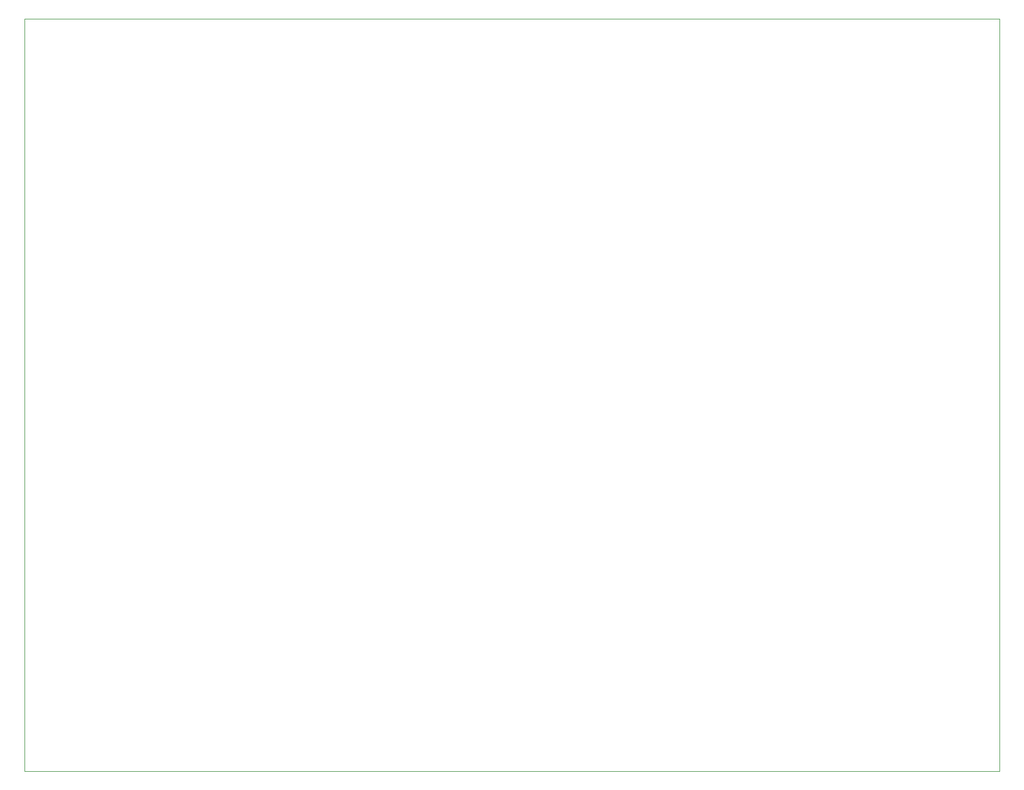
<source format=gbr>
G04 #@! TF.GenerationSoftware,KiCad,Pcbnew,(5.1.5)-3*
G04 #@! TF.CreationDate,2020-10-04T20:12:50-04:00*
G04 #@! TF.ProjectId,rusPDM,72757350-444d-42e6-9b69-6361645f7063,rev?*
G04 #@! TF.SameCoordinates,Original*
G04 #@! TF.FileFunction,Profile,NP*
%FSLAX46Y46*%
G04 Gerber Fmt 4.6, Leading zero omitted, Abs format (unit mm)*
G04 Created by KiCad (PCBNEW (5.1.5)-3) date 2020-10-04 20:12:50*
%MOMM*%
%LPD*%
G04 APERTURE LIST*
%ADD10C,0.050000*%
G04 APERTURE END LIST*
D10*
X78740000Y-8890000D02*
X78740000Y-120650000D01*
X223520000Y-8890000D02*
X78740000Y-8890000D01*
X223520000Y-120650000D02*
X223520000Y-8890000D01*
X223520000Y-120650000D02*
X78740000Y-120650000D01*
M02*

</source>
